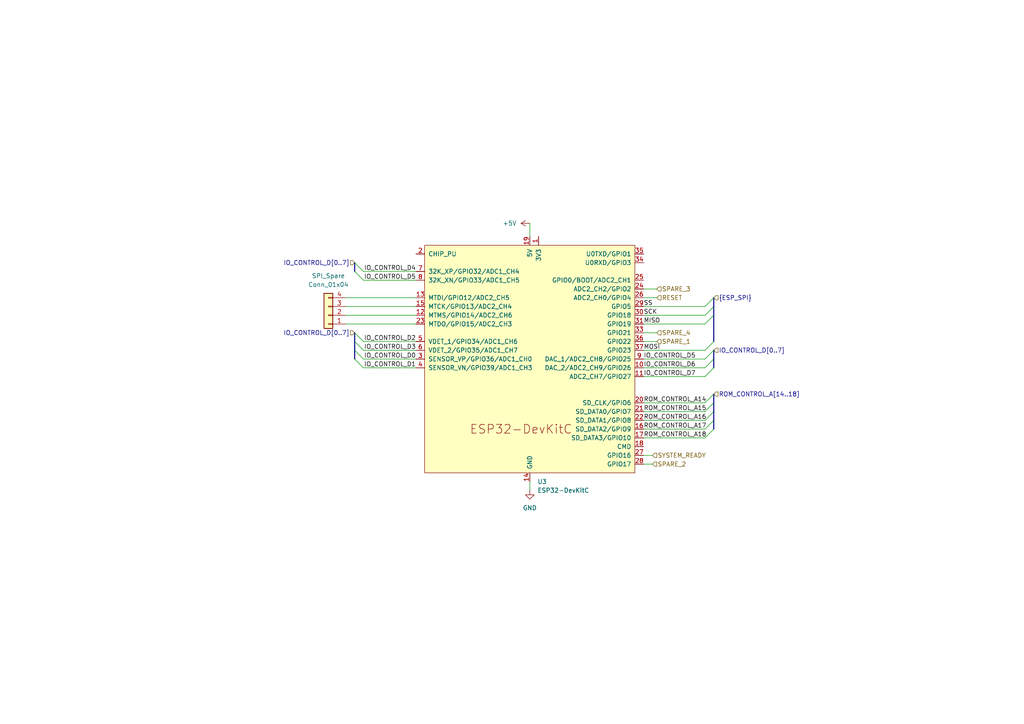
<source format=kicad_sch>
(kicad_sch
	(version 20231120)
	(generator "eeschema")
	(generator_version "8.0")
	(uuid "6b632767-46f2-46f2-8b94-82dafda0b65a")
	(paper "A4")
	(lib_symbols
		(symbol "Connector_Generic:Conn_01x04"
			(pin_names
				(offset 1.016) hide)
			(exclude_from_sim no)
			(in_bom yes)
			(on_board yes)
			(property "Reference" "J"
				(at 0 5.08 0)
				(effects
					(font
						(size 1.27 1.27)
					)
				)
			)
			(property "Value" "Conn_01x04"
				(at 0 -7.62 0)
				(effects
					(font
						(size 1.27 1.27)
					)
				)
			)
			(property "Footprint" ""
				(at 0 0 0)
				(effects
					(font
						(size 1.27 1.27)
					)
					(hide yes)
				)
			)
			(property "Datasheet" "~"
				(at 0 0 0)
				(effects
					(font
						(size 1.27 1.27)
					)
					(hide yes)
				)
			)
			(property "Description" "Generic connector, single row, 01x04, script generated (kicad-library-utils/schlib/autogen/connector/)"
				(at 0 0 0)
				(effects
					(font
						(size 1.27 1.27)
					)
					(hide yes)
				)
			)
			(property "ki_keywords" "connector"
				(at 0 0 0)
				(effects
					(font
						(size 1.27 1.27)
					)
					(hide yes)
				)
			)
			(property "ki_fp_filters" "Connector*:*_1x??_*"
				(at 0 0 0)
				(effects
					(font
						(size 1.27 1.27)
					)
					(hide yes)
				)
			)
			(symbol "Conn_01x04_1_1"
				(rectangle
					(start -1.27 -4.953)
					(end 0 -5.207)
					(stroke
						(width 0.1524)
						(type default)
					)
					(fill
						(type none)
					)
				)
				(rectangle
					(start -1.27 -2.413)
					(end 0 -2.667)
					(stroke
						(width 0.1524)
						(type default)
					)
					(fill
						(type none)
					)
				)
				(rectangle
					(start -1.27 0.127)
					(end 0 -0.127)
					(stroke
						(width 0.1524)
						(type default)
					)
					(fill
						(type none)
					)
				)
				(rectangle
					(start -1.27 2.667)
					(end 0 2.413)
					(stroke
						(width 0.1524)
						(type default)
					)
					(fill
						(type none)
					)
				)
				(rectangle
					(start -1.27 3.81)
					(end 1.27 -6.35)
					(stroke
						(width 0.254)
						(type default)
					)
					(fill
						(type background)
					)
				)
				(pin passive line
					(at -5.08 2.54 0)
					(length 3.81)
					(name "Pin_1"
						(effects
							(font
								(size 1.27 1.27)
							)
						)
					)
					(number "1"
						(effects
							(font
								(size 1.27 1.27)
							)
						)
					)
				)
				(pin passive line
					(at -5.08 0 0)
					(length 3.81)
					(name "Pin_2"
						(effects
							(font
								(size 1.27 1.27)
							)
						)
					)
					(number "2"
						(effects
							(font
								(size 1.27 1.27)
							)
						)
					)
				)
				(pin passive line
					(at -5.08 -2.54 0)
					(length 3.81)
					(name "Pin_3"
						(effects
							(font
								(size 1.27 1.27)
							)
						)
					)
					(number "3"
						(effects
							(font
								(size 1.27 1.27)
							)
						)
					)
				)
				(pin passive line
					(at -5.08 -5.08 0)
					(length 3.81)
					(name "Pin_4"
						(effects
							(font
								(size 1.27 1.27)
							)
						)
					)
					(number "4"
						(effects
							(font
								(size 1.27 1.27)
							)
						)
					)
				)
			)
		)
		(symbol "Espressif:ESP32-DevKitC"
			(pin_names
				(offset 1.016)
			)
			(exclude_from_sim no)
			(in_bom yes)
			(on_board yes)
			(property "Reference" "U"
				(at -30.48 38.1 0)
				(effects
					(font
						(size 1.27 1.27)
					)
					(justify left)
				)
			)
			(property "Value" "ESP32-DevKitC"
				(at -30.48 35.56 0)
				(effects
					(font
						(size 1.27 1.27)
					)
					(justify left)
				)
			)
			(property "Footprint" "PCM_Espressif:ESP32-DevKitC"
				(at 0 -43.18 0)
				(effects
					(font
						(size 1.27 1.27)
					)
					(hide yes)
				)
			)
			(property "Datasheet" "https://docs.espressif.com/projects/esp-idf/zh_CN/latest/esp32/hw-reference/esp32/get-started-devkitc.html"
				(at 0 -45.72 0)
				(effects
					(font
						(size 1.27 1.27)
					)
					(hide yes)
				)
			)
			(property "Description" "Development Kit"
				(at 0 0 0)
				(effects
					(font
						(size 1.27 1.27)
					)
					(hide yes)
				)
			)
			(property "ki_keywords" "ESP32"
				(at 0 0 0)
				(effects
					(font
						(size 1.27 1.27)
					)
					(hide yes)
				)
			)
			(symbol "ESP32-DevKitC_0_0"
				(text "ESP32-DevKitC"
					(at -2.54 -20.32 0)
					(effects
						(font
							(size 2.54 2.54)
						)
					)
				)
				(pin power_in line
					(at 0 -35.56 90)
					(length 2.54)
					(name "GND"
						(effects
							(font
								(size 1.27 1.27)
							)
						)
					)
					(number "14"
						(effects
							(font
								(size 1.27 1.27)
							)
						)
					)
				)
				(pin power_in line
					(at 0 35.56 270)
					(length 2.54)
					(name "5V"
						(effects
							(font
								(size 1.27 1.27)
							)
						)
					)
					(number "19"
						(effects
							(font
								(size 1.27 1.27)
							)
						)
					)
				)
			)
			(symbol "ESP32-DevKitC_0_1"
				(rectangle
					(start -30.48 33.02)
					(end 30.48 -33.02)
					(stroke
						(width 0)
						(type default)
					)
					(fill
						(type background)
					)
				)
			)
			(symbol "ESP32-DevKitC_1_1"
				(pin power_in line
					(at 2.54 35.56 270)
					(length 2.54)
					(name "3V3"
						(effects
							(font
								(size 1.27 1.27)
							)
						)
					)
					(number "1"
						(effects
							(font
								(size 1.27 1.27)
							)
						)
					)
				)
				(pin bidirectional line
					(at 33.02 -2.54 180)
					(length 2.54)
					(name "DAC_2/ADC2_CH9/GPIO26"
						(effects
							(font
								(size 1.27 1.27)
							)
						)
					)
					(number "10"
						(effects
							(font
								(size 1.27 1.27)
							)
						)
					)
				)
				(pin bidirectional line
					(at 33.02 -5.08 180)
					(length 2.54)
					(name "ADC2_CH7/GPIO27"
						(effects
							(font
								(size 1.27 1.27)
							)
						)
					)
					(number "11"
						(effects
							(font
								(size 1.27 1.27)
							)
						)
					)
				)
				(pin bidirectional line
					(at -33.02 12.7 0)
					(length 2.54)
					(name "MTMS/GPIO14/ADC2_CH6"
						(effects
							(font
								(size 1.27 1.27)
							)
						)
					)
					(number "12"
						(effects
							(font
								(size 1.27 1.27)
							)
						)
					)
				)
				(pin bidirectional line
					(at -33.02 17.78 0)
					(length 2.54)
					(name "MTDI/GPIO12/ADC2_CH5"
						(effects
							(font
								(size 1.27 1.27)
							)
						)
					)
					(number "13"
						(effects
							(font
								(size 1.27 1.27)
							)
						)
					)
				)
				(pin bidirectional line
					(at -33.02 15.24 0)
					(length 2.54)
					(name "MTCK/GPIO13/ADC2_CH4"
						(effects
							(font
								(size 1.27 1.27)
							)
						)
					)
					(number "15"
						(effects
							(font
								(size 1.27 1.27)
							)
						)
					)
				)
				(pin bidirectional line
					(at 33.02 -20.32 180)
					(length 2.54)
					(name "SD_DATA2/GPIO9"
						(effects
							(font
								(size 1.27 1.27)
							)
						)
					)
					(number "16"
						(effects
							(font
								(size 1.27 1.27)
							)
						)
					)
				)
				(pin bidirectional line
					(at 33.02 -22.86 180)
					(length 2.54)
					(name "SD_DATA3/GPIO10"
						(effects
							(font
								(size 1.27 1.27)
							)
						)
					)
					(number "17"
						(effects
							(font
								(size 1.27 1.27)
							)
						)
					)
				)
				(pin bidirectional line
					(at 33.02 -25.4 180)
					(length 2.54)
					(name "CMD"
						(effects
							(font
								(size 1.27 1.27)
							)
						)
					)
					(number "18"
						(effects
							(font
								(size 1.27 1.27)
							)
						)
					)
				)
				(pin input line
					(at -33.02 30.48 0)
					(length 2.54)
					(name "CHIP_PU"
						(effects
							(font
								(size 1.27 1.27)
							)
						)
					)
					(number "2"
						(effects
							(font
								(size 1.27 1.27)
							)
						)
					)
				)
				(pin bidirectional line
					(at 33.02 -12.7 180)
					(length 2.54)
					(name "SD_CLK/GPIO6"
						(effects
							(font
								(size 1.27 1.27)
							)
						)
					)
					(number "20"
						(effects
							(font
								(size 1.27 1.27)
							)
						)
					)
				)
				(pin bidirectional line
					(at 33.02 -15.24 180)
					(length 2.54)
					(name "SD_DATA0/GPIO7"
						(effects
							(font
								(size 1.27 1.27)
							)
						)
					)
					(number "21"
						(effects
							(font
								(size 1.27 1.27)
							)
						)
					)
				)
				(pin bidirectional line
					(at 33.02 -17.78 180)
					(length 2.54)
					(name "SD_DATA1/GPIO8"
						(effects
							(font
								(size 1.27 1.27)
							)
						)
					)
					(number "22"
						(effects
							(font
								(size 1.27 1.27)
							)
						)
					)
				)
				(pin bidirectional line
					(at -33.02 10.16 0)
					(length 2.54)
					(name "MTDO/GPIO15/ADC2_CH3"
						(effects
							(font
								(size 1.27 1.27)
							)
						)
					)
					(number "23"
						(effects
							(font
								(size 1.27 1.27)
							)
						)
					)
				)
				(pin bidirectional line
					(at 33.02 20.32 180)
					(length 2.54)
					(name "ADC2_CH2/GPIO2"
						(effects
							(font
								(size 1.27 1.27)
							)
						)
					)
					(number "24"
						(effects
							(font
								(size 1.27 1.27)
							)
						)
					)
				)
				(pin bidirectional line
					(at 33.02 22.86 180)
					(length 2.54)
					(name "GPIO0/BOOT/ADC2_CH1"
						(effects
							(font
								(size 1.27 1.27)
							)
						)
					)
					(number "25"
						(effects
							(font
								(size 1.27 1.27)
							)
						)
					)
				)
				(pin bidirectional line
					(at 33.02 17.78 180)
					(length 2.54)
					(name "ADC2_CH0/GPIO4"
						(effects
							(font
								(size 1.27 1.27)
							)
						)
					)
					(number "26"
						(effects
							(font
								(size 1.27 1.27)
							)
						)
					)
				)
				(pin bidirectional line
					(at 33.02 -27.94 180)
					(length 2.54)
					(name "GPIO16"
						(effects
							(font
								(size 1.27 1.27)
							)
						)
					)
					(number "27"
						(effects
							(font
								(size 1.27 1.27)
							)
						)
					)
				)
				(pin bidirectional line
					(at 33.02 -30.48 180)
					(length 2.54)
					(name "GPIO17"
						(effects
							(font
								(size 1.27 1.27)
							)
						)
					)
					(number "28"
						(effects
							(font
								(size 1.27 1.27)
							)
						)
					)
				)
				(pin bidirectional line
					(at 33.02 15.24 180)
					(length 2.54)
					(name "GPIO5"
						(effects
							(font
								(size 1.27 1.27)
							)
						)
					)
					(number "29"
						(effects
							(font
								(size 1.27 1.27)
							)
						)
					)
				)
				(pin input line
					(at -33.02 0 0)
					(length 2.54)
					(name "SENSOR_VP/GPIO36/ADC1_CH0"
						(effects
							(font
								(size 1.27 1.27)
							)
						)
					)
					(number "3"
						(effects
							(font
								(size 1.27 1.27)
							)
						)
					)
				)
				(pin bidirectional line
					(at 33.02 12.7 180)
					(length 2.54)
					(name "GPIO18"
						(effects
							(font
								(size 1.27 1.27)
							)
						)
					)
					(number "30"
						(effects
							(font
								(size 1.27 1.27)
							)
						)
					)
				)
				(pin bidirectional line
					(at 33.02 10.16 180)
					(length 2.54)
					(name "GPIO19"
						(effects
							(font
								(size 1.27 1.27)
							)
						)
					)
					(number "31"
						(effects
							(font
								(size 1.27 1.27)
							)
						)
					)
				)
				(pin passive line
					(at 0 -35.56 90)
					(length 2.54) hide
					(name "GND"
						(effects
							(font
								(size 1.27 1.27)
							)
						)
					)
					(number "32"
						(effects
							(font
								(size 1.27 1.27)
							)
						)
					)
				)
				(pin bidirectional line
					(at 33.02 7.62 180)
					(length 2.54)
					(name "GPIO21"
						(effects
							(font
								(size 1.27 1.27)
							)
						)
					)
					(number "33"
						(effects
							(font
								(size 1.27 1.27)
							)
						)
					)
				)
				(pin bidirectional line
					(at 33.02 27.94 180)
					(length 2.54)
					(name "U0RXD/GPIO3"
						(effects
							(font
								(size 1.27 1.27)
							)
						)
					)
					(number "34"
						(effects
							(font
								(size 1.27 1.27)
							)
						)
					)
				)
				(pin bidirectional line
					(at 33.02 30.48 180)
					(length 2.54)
					(name "U0TXD/GPIO1"
						(effects
							(font
								(size 1.27 1.27)
							)
						)
					)
					(number "35"
						(effects
							(font
								(size 1.27 1.27)
							)
						)
					)
				)
				(pin bidirectional line
					(at 33.02 5.08 180)
					(length 2.54)
					(name "GPIO22"
						(effects
							(font
								(size 1.27 1.27)
							)
						)
					)
					(number "36"
						(effects
							(font
								(size 1.27 1.27)
							)
						)
					)
				)
				(pin bidirectional line
					(at 33.02 2.54 180)
					(length 2.54)
					(name "GPIO23"
						(effects
							(font
								(size 1.27 1.27)
							)
						)
					)
					(number "37"
						(effects
							(font
								(size 1.27 1.27)
							)
						)
					)
				)
				(pin passive line
					(at 0 -35.56 90)
					(length 2.54) hide
					(name "GND"
						(effects
							(font
								(size 1.27 1.27)
							)
						)
					)
					(number "38"
						(effects
							(font
								(size 1.27 1.27)
							)
						)
					)
				)
				(pin input line
					(at -33.02 -2.54 0)
					(length 2.54)
					(name "SENSOR_VN/GPIO39/ADC1_CH3"
						(effects
							(font
								(size 1.27 1.27)
							)
						)
					)
					(number "4"
						(effects
							(font
								(size 1.27 1.27)
							)
						)
					)
				)
				(pin input line
					(at -33.02 5.08 0)
					(length 2.54)
					(name "VDET_1/GPIO34/ADC1_CH6"
						(effects
							(font
								(size 1.27 1.27)
							)
						)
					)
					(number "5"
						(effects
							(font
								(size 1.27 1.27)
							)
						)
					)
				)
				(pin input line
					(at -33.02 2.54 0)
					(length 2.54)
					(name "VDET_2/GPIO35/ADC1_CH7"
						(effects
							(font
								(size 1.27 1.27)
							)
						)
					)
					(number "6"
						(effects
							(font
								(size 1.27 1.27)
							)
						)
					)
				)
				(pin bidirectional line
					(at -33.02 25.4 0)
					(length 2.54)
					(name "32K_XP/GPIO32/ADC1_CH4"
						(effects
							(font
								(size 1.27 1.27)
							)
						)
					)
					(number "7"
						(effects
							(font
								(size 1.27 1.27)
							)
						)
					)
				)
				(pin bidirectional line
					(at -33.02 22.86 0)
					(length 2.54)
					(name "32K_XN/GPIO33/ADC1_CH5"
						(effects
							(font
								(size 1.27 1.27)
							)
						)
					)
					(number "8"
						(effects
							(font
								(size 1.27 1.27)
							)
						)
					)
				)
				(pin bidirectional line
					(at 33.02 0 180)
					(length 2.54)
					(name "DAC_1/ADC2_CH8/GPIO25"
						(effects
							(font
								(size 1.27 1.27)
							)
						)
					)
					(number "9"
						(effects
							(font
								(size 1.27 1.27)
							)
						)
					)
				)
			)
		)
		(symbol "power:+5V"
			(power)
			(pin_numbers hide)
			(pin_names
				(offset 0) hide)
			(exclude_from_sim no)
			(in_bom yes)
			(on_board yes)
			(property "Reference" "#PWR"
				(at 0 -3.81 0)
				(effects
					(font
						(size 1.27 1.27)
					)
					(hide yes)
				)
			)
			(property "Value" "+5V"
				(at 0 3.556 0)
				(effects
					(font
						(size 1.27 1.27)
					)
				)
			)
			(property "Footprint" ""
				(at 0 0 0)
				(effects
					(font
						(size 1.27 1.27)
					)
					(hide yes)
				)
			)
			(property "Datasheet" ""
				(at 0 0 0)
				(effects
					(font
						(size 1.27 1.27)
					)
					(hide yes)
				)
			)
			(property "Description" "Power symbol creates a global label with name \"+5V\""
				(at 0 0 0)
				(effects
					(font
						(size 1.27 1.27)
					)
					(hide yes)
				)
			)
			(property "ki_keywords" "global power"
				(at 0 0 0)
				(effects
					(font
						(size 1.27 1.27)
					)
					(hide yes)
				)
			)
			(symbol "+5V_0_1"
				(polyline
					(pts
						(xy -0.762 1.27) (xy 0 2.54)
					)
					(stroke
						(width 0)
						(type default)
					)
					(fill
						(type none)
					)
				)
				(polyline
					(pts
						(xy 0 0) (xy 0 2.54)
					)
					(stroke
						(width 0)
						(type default)
					)
					(fill
						(type none)
					)
				)
				(polyline
					(pts
						(xy 0 2.54) (xy 0.762 1.27)
					)
					(stroke
						(width 0)
						(type default)
					)
					(fill
						(type none)
					)
				)
			)
			(symbol "+5V_1_1"
				(pin power_in line
					(at 0 0 90)
					(length 0)
					(name "~"
						(effects
							(font
								(size 1.27 1.27)
							)
						)
					)
					(number "1"
						(effects
							(font
								(size 1.27 1.27)
							)
						)
					)
				)
			)
		)
		(symbol "power:GND"
			(power)
			(pin_numbers hide)
			(pin_names
				(offset 0) hide)
			(exclude_from_sim no)
			(in_bom yes)
			(on_board yes)
			(property "Reference" "#PWR"
				(at 0 -6.35 0)
				(effects
					(font
						(size 1.27 1.27)
					)
					(hide yes)
				)
			)
			(property "Value" "GND"
				(at 0 -3.81 0)
				(effects
					(font
						(size 1.27 1.27)
					)
				)
			)
			(property "Footprint" ""
				(at 0 0 0)
				(effects
					(font
						(size 1.27 1.27)
					)
					(hide yes)
				)
			)
			(property "Datasheet" ""
				(at 0 0 0)
				(effects
					(font
						(size 1.27 1.27)
					)
					(hide yes)
				)
			)
			(property "Description" "Power symbol creates a global label with name \"GND\" , ground"
				(at 0 0 0)
				(effects
					(font
						(size 1.27 1.27)
					)
					(hide yes)
				)
			)
			(property "ki_keywords" "global power"
				(at 0 0 0)
				(effects
					(font
						(size 1.27 1.27)
					)
					(hide yes)
				)
			)
			(symbol "GND_0_1"
				(polyline
					(pts
						(xy 0 0) (xy 0 -1.27) (xy 1.27 -1.27) (xy 0 -2.54) (xy -1.27 -1.27) (xy 0 -1.27)
					)
					(stroke
						(width 0)
						(type default)
					)
					(fill
						(type none)
					)
				)
			)
			(symbol "GND_1_1"
				(pin power_in line
					(at 0 0 270)
					(length 0)
					(name "~"
						(effects
							(font
								(size 1.27 1.27)
							)
						)
					)
					(number "1"
						(effects
							(font
								(size 1.27 1.27)
							)
						)
					)
				)
			)
		)
	)
	(bus_entry
		(at 207.01 86.36)
		(size -2.54 2.54)
		(stroke
			(width 0)
			(type default)
		)
		(uuid "0befc913-f718-4d62-b08f-8dbee4015920")
	)
	(bus_entry
		(at 207.01 104.14)
		(size -2.54 2.54)
		(stroke
			(width 0)
			(type default)
		)
		(uuid "149e2ee5-efff-44c5-b9b7-f97bf3b455ea")
	)
	(bus_entry
		(at 102.87 104.14)
		(size 2.54 2.54)
		(stroke
			(width 0)
			(type default)
		)
		(uuid "2c554827-c9f9-4610-82c4-6e4455abd22b")
	)
	(bus_entry
		(at 207.01 91.44)
		(size -2.54 2.54)
		(stroke
			(width 0)
			(type default)
		)
		(uuid "3da87ad2-dc17-4182-8b7c-ff66cd3738dd")
	)
	(bus_entry
		(at 207.01 88.9)
		(size -2.54 2.54)
		(stroke
			(width 0)
			(type default)
		)
		(uuid "4b89c861-3708-4674-a9c3-42d72531e161")
	)
	(bus_entry
		(at 102.87 101.6)
		(size 2.54 2.54)
		(stroke
			(width 0)
			(type default)
		)
		(uuid "4e223a72-b6ba-448f-a9c4-72ca01efe42a")
	)
	(bus_entry
		(at 102.87 76.2)
		(size 2.54 2.54)
		(stroke
			(width 0)
			(type default)
		)
		(uuid "5575894b-49f7-4ad4-bf1e-10eea7562209")
	)
	(bus_entry
		(at 207.01 114.3)
		(size -2.54 2.54)
		(stroke
			(width 0)
			(type default)
		)
		(uuid "61e5e997-eed7-4b5d-bc17-bba7bf3a4d94")
	)
	(bus_entry
		(at 102.87 78.74)
		(size 2.54 2.54)
		(stroke
			(width 0)
			(type default)
		)
		(uuid "7c259b96-fd6f-4f1a-bb91-c8af7b6ebd0e")
	)
	(bus_entry
		(at 102.87 99.06)
		(size 2.54 2.54)
		(stroke
			(width 0)
			(type default)
		)
		(uuid "89242322-67d3-4637-96c0-3d256181da45")
	)
	(bus_entry
		(at 207.01 124.46)
		(size -2.54 2.54)
		(stroke
			(width 0)
			(type default)
		)
		(uuid "a0972472-7146-48a2-805d-90476297d89f")
	)
	(bus_entry
		(at 207.01 119.38)
		(size -2.54 2.54)
		(stroke
			(width 0)
			(type default)
		)
		(uuid "bfb83ff1-84b3-488f-b879-4700140fd8a4")
	)
	(bus_entry
		(at 207.01 106.68)
		(size -2.54 2.54)
		(stroke
			(width 0)
			(type default)
		)
		(uuid "c3eedc9f-f17a-4117-81f4-8684e12ca62f")
	)
	(bus_entry
		(at 207.01 121.92)
		(size -2.54 2.54)
		(stroke
			(width 0)
			(type default)
		)
		(uuid "ca11266c-4824-491d-811b-9eeb0dc32d8b")
	)
	(bus_entry
		(at 207.01 101.6)
		(size -2.54 2.54)
		(stroke
			(width 0)
			(type default)
		)
		(uuid "e4a18758-c7b9-4b42-abec-5972e6fbaa2e")
	)
	(bus_entry
		(at 207.01 116.84)
		(size -2.54 2.54)
		(stroke
			(width 0)
			(type default)
		)
		(uuid "ed4939ba-8faa-4618-9098-5ce70a6c1857")
	)
	(bus_entry
		(at 102.87 96.52)
		(size 2.54 2.54)
		(stroke
			(width 0)
			(type default)
		)
		(uuid "f1cb3875-28f7-4938-b43c-4e56cb1ccbe4")
	)
	(bus_entry
		(at 207.01 99.06)
		(size -2.54 2.54)
		(stroke
			(width 0)
			(type default)
		)
		(uuid "ffc921ee-ecba-4119-a52d-e6b6398acbf9")
	)
	(wire
		(pts
			(xy 186.69 101.6) (xy 204.47 101.6)
		)
		(stroke
			(width 0)
			(type default)
		)
		(uuid "0794d6f3-b971-4a81-b7fa-fdbe73069c35")
	)
	(wire
		(pts
			(xy 186.69 106.68) (xy 204.47 106.68)
		)
		(stroke
			(width 0)
			(type default)
		)
		(uuid "0a94f6a3-765a-4e4a-a3c5-39c35a8b2ffd")
	)
	(bus
		(pts
			(xy 207.01 116.84) (xy 207.01 119.38)
		)
		(stroke
			(width 0)
			(type default)
		)
		(uuid "0d2b01e1-2c75-4d4c-8a2b-f9a684724108")
	)
	(wire
		(pts
			(xy 100.33 88.9) (xy 120.65 88.9)
		)
		(stroke
			(width 0)
			(type default)
		)
		(uuid "152a872e-5e79-46e4-984a-3d5a13b623c2")
	)
	(wire
		(pts
			(xy 186.69 109.22) (xy 204.47 109.22)
		)
		(stroke
			(width 0)
			(type default)
		)
		(uuid "16cbe2aa-9f41-4ba4-b3ff-d2a56b00a3b5")
	)
	(wire
		(pts
			(xy 100.33 91.44) (xy 120.65 91.44)
		)
		(stroke
			(width 0)
			(type default)
		)
		(uuid "19e93e06-c5ad-4556-8a6b-2c189c9c6217")
	)
	(wire
		(pts
			(xy 186.69 96.52) (xy 190.5 96.52)
		)
		(stroke
			(width 0)
			(type default)
		)
		(uuid "1d5c986a-8d51-4792-aa1a-93bbaa40e1c5")
	)
	(wire
		(pts
			(xy 186.69 86.36) (xy 190.5 86.36)
		)
		(stroke
			(width 0)
			(type default)
		)
		(uuid "218383a2-2287-4681-b6c0-8152072d82de")
	)
	(bus
		(pts
			(xy 102.87 101.6) (xy 102.87 104.14)
		)
		(stroke
			(width 0)
			(type default)
		)
		(uuid "25f2af37-685e-45a8-a3d9-bbcd35eba2b1")
	)
	(bus
		(pts
			(xy 207.01 86.36) (xy 207.01 88.9)
		)
		(stroke
			(width 0)
			(type default)
		)
		(uuid "2a3cb2e1-8f74-4337-a2db-825876f75c1b")
	)
	(bus
		(pts
			(xy 102.87 96.52) (xy 102.87 99.06)
		)
		(stroke
			(width 0)
			(type default)
		)
		(uuid "2aa6900e-ceeb-41e9-864c-b91382f52f01")
	)
	(bus
		(pts
			(xy 102.87 76.2) (xy 102.87 78.74)
		)
		(stroke
			(width 0)
			(type default)
		)
		(uuid "3dbac075-1b31-48ed-8bc0-7cd85b7ab803")
	)
	(wire
		(pts
			(xy 100.33 93.98) (xy 120.65 93.98)
		)
		(stroke
			(width 0)
			(type default)
		)
		(uuid "41517f0c-cc4d-445a-a401-1d537e59fc14")
	)
	(wire
		(pts
			(xy 153.67 64.77) (xy 153.67 68.58)
		)
		(stroke
			(width 0)
			(type default)
		)
		(uuid "52da9624-4081-4b63-b824-200b8fb46de4")
	)
	(wire
		(pts
			(xy 186.69 124.46) (xy 204.47 124.46)
		)
		(stroke
			(width 0)
			(type default)
		)
		(uuid "59103524-935d-4279-8ecf-9ee6e02b5c6b")
	)
	(wire
		(pts
			(xy 105.41 104.14) (xy 120.65 104.14)
		)
		(stroke
			(width 0)
			(type default)
		)
		(uuid "595f6c84-fc33-430a-a15d-d1ea5a56b8f5")
	)
	(wire
		(pts
			(xy 186.69 83.82) (xy 190.5 83.82)
		)
		(stroke
			(width 0)
			(type default)
		)
		(uuid "5d0ac7dd-7df1-4db3-b0ba-7365f8e4c897")
	)
	(wire
		(pts
			(xy 105.41 81.28) (xy 120.65 81.28)
		)
		(stroke
			(width 0)
			(type default)
		)
		(uuid "6d843642-ff36-4208-bd99-635deba54984")
	)
	(bus
		(pts
			(xy 207.01 101.6) (xy 207.01 104.14)
		)
		(stroke
			(width 0)
			(type default)
		)
		(uuid "6ffa0180-362f-487a-87c2-9de3e65e2b77")
	)
	(bus
		(pts
			(xy 207.01 88.9) (xy 207.01 91.44)
		)
		(stroke
			(width 0)
			(type default)
		)
		(uuid "72df17c7-a8e7-45fb-a8aa-4aa2496c174f")
	)
	(wire
		(pts
			(xy 105.41 78.74) (xy 120.65 78.74)
		)
		(stroke
			(width 0)
			(type default)
		)
		(uuid "744c3bc8-0b73-462b-b3d5-dac66989855c")
	)
	(wire
		(pts
			(xy 105.41 99.06) (xy 120.65 99.06)
		)
		(stroke
			(width 0)
			(type default)
		)
		(uuid "7b9714aa-c166-46eb-b711-cd511e4c9b27")
	)
	(wire
		(pts
			(xy 186.69 127) (xy 204.47 127)
		)
		(stroke
			(width 0)
			(type default)
		)
		(uuid "837c9dc2-be63-4c25-82c1-154d3f7afd77")
	)
	(bus
		(pts
			(xy 102.87 99.06) (xy 102.87 101.6)
		)
		(stroke
			(width 0)
			(type default)
		)
		(uuid "85b40a68-b7af-4b2d-a80a-f12c3190ada8")
	)
	(bus
		(pts
			(xy 207.01 121.92) (xy 207.01 124.46)
		)
		(stroke
			(width 0)
			(type default)
		)
		(uuid "938304d7-8322-4e1c-8cef-17e953468e4f")
	)
	(wire
		(pts
			(xy 105.41 101.6) (xy 120.65 101.6)
		)
		(stroke
			(width 0)
			(type default)
		)
		(uuid "97c62ae4-ca3b-4fc3-a9c1-bd2ca61785a9")
	)
	(wire
		(pts
			(xy 186.69 121.92) (xy 204.47 121.92)
		)
		(stroke
			(width 0)
			(type default)
		)
		(uuid "9d7f8deb-1ea8-412e-8ea1-c242cd35825b")
	)
	(bus
		(pts
			(xy 207.01 104.14) (xy 207.01 106.68)
		)
		(stroke
			(width 0)
			(type default)
		)
		(uuid "a436c0c5-bd1f-49f6-8bb6-36a000981667")
	)
	(wire
		(pts
			(xy 186.69 104.14) (xy 204.47 104.14)
		)
		(stroke
			(width 0)
			(type default)
		)
		(uuid "a4be283b-0928-4145-87a5-8b28c74dc9d1")
	)
	(wire
		(pts
			(xy 100.33 86.36) (xy 120.65 86.36)
		)
		(stroke
			(width 0)
			(type default)
		)
		(uuid "a900c997-2390-44b5-ac98-0aa5347d5b73")
	)
	(wire
		(pts
			(xy 204.47 93.98) (xy 186.69 93.98)
		)
		(stroke
			(width 0)
			(type default)
		)
		(uuid "a9b01896-e3b2-4175-a748-a18abf8881e8")
	)
	(wire
		(pts
			(xy 105.41 106.68) (xy 120.65 106.68)
		)
		(stroke
			(width 0)
			(type default)
		)
		(uuid "abc128a8-e2f7-4f0a-9c41-1a17ba0c630f")
	)
	(bus
		(pts
			(xy 207.01 119.38) (xy 207.01 121.92)
		)
		(stroke
			(width 0)
			(type default)
		)
		(uuid "b5dc6cc2-e4f2-40bb-bd2b-af9b54a4c6b7")
	)
	(bus
		(pts
			(xy 207.01 114.3) (xy 207.01 116.84)
		)
		(stroke
			(width 0)
			(type default)
		)
		(uuid "b6a0bbfc-63b2-4bef-9e56-d186cd90f581")
	)
	(wire
		(pts
			(xy 186.69 134.62) (xy 189.23 134.62)
		)
		(stroke
			(width 0)
			(type default)
		)
		(uuid "bf9a8d98-d1c4-4dc3-9e45-cb4a119b4f7c")
	)
	(wire
		(pts
			(xy 186.69 91.44) (xy 204.47 91.44)
		)
		(stroke
			(width 0)
			(type default)
		)
		(uuid "c265d469-3155-457d-8191-4c984bb1561c")
	)
	(wire
		(pts
			(xy 186.69 132.08) (xy 189.23 132.08)
		)
		(stroke
			(width 0)
			(type default)
		)
		(uuid "c2720f6f-bef6-4a53-8aab-d7cbb78abbd4")
	)
	(bus
		(pts
			(xy 207.01 91.44) (xy 207.01 99.06)
		)
		(stroke
			(width 0)
			(type default)
		)
		(uuid "c62c1e26-40a5-4420-8c34-8f7e52ccb6c6")
	)
	(wire
		(pts
			(xy 186.69 99.06) (xy 190.5 99.06)
		)
		(stroke
			(width 0)
			(type default)
		)
		(uuid "c9ae5af8-c185-40bd-9663-def64cd17513")
	)
	(wire
		(pts
			(xy 153.67 139.7) (xy 153.67 142.24)
		)
		(stroke
			(width 0)
			(type default)
		)
		(uuid "d2dca984-c106-4fd9-b0a6-a65ce25904af")
	)
	(wire
		(pts
			(xy 186.69 119.38) (xy 204.47 119.38)
		)
		(stroke
			(width 0)
			(type default)
		)
		(uuid "e114295a-5b4e-4a6b-ac27-b4eafbc6c890")
	)
	(wire
		(pts
			(xy 186.69 88.9) (xy 204.47 88.9)
		)
		(stroke
			(width 0)
			(type default)
		)
		(uuid "f6279635-308e-47b6-b4de-53da89547401")
	)
	(wire
		(pts
			(xy 186.69 116.84) (xy 204.47 116.84)
		)
		(stroke
			(width 0)
			(type default)
		)
		(uuid "f95be14c-5960-4414-9bc6-e31e508b3c48")
	)
	(label "ROM_CONTROL_A15"
		(at 186.69 119.38 0)
		(effects
			(font
				(size 1.27 1.27)
			)
			(justify left bottom)
		)
		(uuid "14095945-20c0-48ca-b81c-d05fb62d6196")
	)
	(label "SS"
		(at 186.69 88.9 0)
		(effects
			(font
				(size 1.27 1.27)
			)
			(justify left bottom)
		)
		(uuid "25aefd0f-7291-4c6f-ac9e-f359ed397c05")
	)
	(label "ROM_CONTROL_A17"
		(at 186.69 124.46 0)
		(effects
			(font
				(size 1.27 1.27)
			)
			(justify left bottom)
		)
		(uuid "31305de9-e7ce-409a-80c7-e13fdfb17703")
	)
	(label "ROM_CONTROL_A14"
		(at 186.69 116.84 0)
		(effects
			(font
				(size 1.27 1.27)
			)
			(justify left bottom)
		)
		(uuid "3753b0f9-48ee-4e41-8865-f4fce1c9f8f3")
	)
	(label "ROM_CONTROL_A16"
		(at 186.69 121.92 0)
		(effects
			(font
				(size 1.27 1.27)
			)
			(justify left bottom)
		)
		(uuid "398a26b7-e3f8-44df-8acf-505151f9c279")
	)
	(label "SCK"
		(at 186.69 91.44 0)
		(effects
			(font
				(size 1.27 1.27)
			)
			(justify left bottom)
		)
		(uuid "40253662-9a0c-4926-a663-a09c9fac7c2b")
	)
	(label "IO_CONTROL_D2"
		(at 120.65 99.06 180)
		(effects
			(font
				(size 1.27 1.27)
			)
			(justify right bottom)
		)
		(uuid "41d6ef70-3c5c-42e0-9ad7-d9a9b01680cd")
	)
	(label "IO_CONTROL_D6"
		(at 186.69 106.68 0)
		(effects
			(font
				(size 1.27 1.27)
			)
			(justify left bottom)
		)
		(uuid "475c39bb-5a4f-48a1-bfa3-418f1a968f20")
	)
	(label "MOSI"
		(at 186.69 101.6 0)
		(effects
			(font
				(size 1.27 1.27)
			)
			(justify left bottom)
		)
		(uuid "4ccbc281-c54d-4fb5-aa75-4c8c4c88438c")
	)
	(label "IO_CONTROL_D5"
		(at 186.69 104.14 0)
		(effects
			(font
				(size 1.27 1.27)
			)
			(justify left bottom)
		)
		(uuid "59fbb92d-8f42-4bd7-b16c-9733db77c179")
	)
	(label "IO_CONTROL_D1"
		(at 120.65 106.68 180)
		(effects
			(font
				(size 1.27 1.27)
			)
			(justify right bottom)
		)
		(uuid "5c61770d-6401-4ed6-bb99-3adeb993ac06")
	)
	(label "IO_CONTROL_D0"
		(at 120.65 104.14 180)
		(effects
			(font
				(size 1.27 1.27)
			)
			(justify right bottom)
		)
		(uuid "7e985918-e191-49ba-a2e8-e0c996a3fae8")
	)
	(label "ROM_CONTROL_A18"
		(at 186.69 127 0)
		(effects
			(font
				(size 1.27 1.27)
			)
			(justify left bottom)
		)
		(uuid "93f495ed-1761-4897-a22f-f3a5af395334")
	)
	(label "IO_CONTROL_D3"
		(at 120.65 101.6 180)
		(effects
			(font
				(size 1.27 1.27)
			)
			(justify right bottom)
		)
		(uuid "a6768171-d3c7-4830-a011-273ae0a23439")
	)
	(label "IO_CONTROL_D7"
		(at 186.69 109.22 0)
		(effects
			(font
				(size 1.27 1.27)
			)
			(justify left bottom)
		)
		(uuid "a79f8a36-5617-4b55-909a-d7c752f8d882")
	)
	(label "IO_CONTROL_D4"
		(at 120.65 78.74 180)
		(effects
			(font
				(size 1.27 1.27)
			)
			(justify right bottom)
		)
		(uuid "ac295abb-1cd0-468a-a167-a841fb6aadf3")
	)
	(label "IO_CONTROL_D5"
		(at 120.65 81.28 180)
		(effects
			(font
				(size 1.27 1.27)
			)
			(justify right bottom)
		)
		(uuid "bbc8e568-0412-49c7-9b21-96bcf5f92390")
	)
	(label "MISO"
		(at 186.69 93.98 0)
		(effects
			(font
				(size 1.27 1.27)
			)
			(justify left bottom)
		)
		(uuid "f7eb96b5-0f80-4db2-a6aa-deefb1a5c392")
	)
	(hierarchical_label "IO_CONTROL_D[0..7]"
		(shape input)
		(at 102.87 76.2 180)
		(fields_autoplaced yes)
		(effects
			(font
				(size 1.27 1.27)
			)
			(justify right)
		)
		(uuid "000e694a-a3e5-4035-be79-549ebf573477")
	)
	(hierarchical_label "IO_CONTROL_D[0..7]"
		(shape input)
		(at 102.87 96.52 180)
		(fields_autoplaced yes)
		(effects
			(font
				(size 1.27 1.27)
			)
			(justify right)
		)
		(uuid "13abc1c7-0e52-4de6-bea4-80469cbeca9c")
	)
	(hierarchical_label "SPARE_4"
		(shape input)
		(at 190.5 96.52 0)
		(fields_autoplaced yes)
		(effects
			(font
				(size 1.27 1.27)
			)
			(justify left)
		)
		(uuid "25c79048-ea69-4998-9f79-923281768558")
	)
	(hierarchical_label "RESET"
		(shape input)
		(at 190.5 86.36 0)
		(fields_autoplaced yes)
		(effects
			(font
				(size 1.27 1.27)
			)
			(justify left)
		)
		(uuid "39ed111a-477d-4b54-8135-c351471ad309")
	)
	(hierarchical_label "SPARE_2"
		(shape input)
		(at 189.23 134.62 0)
		(fields_autoplaced yes)
		(effects
			(font
				(size 1.27 1.27)
			)
			(justify left)
		)
		(uuid "605dd0c4-0de9-4453-96a7-265396d52e19")
	)
	(hierarchical_label "ROM_CONTROL_A[14..18]"
		(shape input)
		(at 207.01 114.3 0)
		(fields_autoplaced yes)
		(effects
			(font
				(size 1.27 1.27)
			)
			(justify left)
		)
		(uuid "7562f977-28c4-46c5-b265-c81cb0aadb41")
	)
	(hierarchical_label "{ESP_SPI}"
		(shape input)
		(at 207.01 86.36 0)
		(fields_autoplaced yes)
		(effects
			(font
				(size 1.27 1.27)
			)
			(justify left)
		)
		(uuid "75aa57ba-81ad-47fb-a3c9-acc7fd393da5")
	)
	(hierarchical_label "SPARE_3"
		(shape input)
		(at 190.5 83.82 0)
		(fields_autoplaced yes)
		(effects
			(font
				(size 1.27 1.27)
			)
			(justify left)
		)
		(uuid "81315980-4f45-4758-901b-d508fff6f665")
	)
	(hierarchical_label "SYSTEM_READY"
		(shape input)
		(at 189.23 132.08 0)
		(fields_autoplaced yes)
		(effects
			(font
				(size 1.27 1.27)
			)
			(justify left)
		)
		(uuid "8a2b756f-3460-4863-a5ca-fcd8cda092d0")
	)
	(hierarchical_label "SPARE_1"
		(shape input)
		(at 190.5 99.06 0)
		(fields_autoplaced yes)
		(effects
			(font
				(size 1.27 1.27)
			)
			(justify left)
		)
		(uuid "b73543be-e94a-44e9-a7f7-3966aa00b6a4")
	)
	(hierarchical_label "IO_CONTROL_D[0..7]"
		(shape input)
		(at 207.01 101.6 0)
		(fields_autoplaced yes)
		(effects
			(font
				(size 1.27 1.27)
			)
			(justify left)
		)
		(uuid "e226f651-5a82-470c-b95c-11eea723fe8f")
	)
	(symbol
		(lib_id "power:GND")
		(at 153.67 142.24 0)
		(unit 1)
		(exclude_from_sim no)
		(in_bom yes)
		(on_board yes)
		(dnp no)
		(fields_autoplaced yes)
		(uuid "1d07d95a-055d-4165-9240-ff44ade5ff65")
		(property "Reference" "#PWR09"
			(at 153.67 148.59 0)
			(effects
				(font
					(size 1.27 1.27)
				)
				(hide yes)
			)
		)
		(property "Value" "GND"
			(at 153.67 147.32 0)
			(effects
				(font
					(size 1.27 1.27)
				)
			)
		)
		(property "Footprint" ""
			(at 153.67 142.24 0)
			(effects
				(font
					(size 1.27 1.27)
				)
				(hide yes)
			)
		)
		(property "Datasheet" ""
			(at 153.67 142.24 0)
			(effects
				(font
					(size 1.27 1.27)
				)
				(hide yes)
			)
		)
		(property "Description" "Power symbol creates a global label with name \"GND\" , ground"
			(at 153.67 142.24 0)
			(effects
				(font
					(size 1.27 1.27)
				)
				(hide yes)
			)
		)
		(pin "1"
			(uuid "33802479-7bcf-4171-8103-792a08e49910")
		)
		(instances
			(project "FujiNet 4.0"
				(path "/3f4c9c6f-2a2f-4b07-95a4-300eafec0cc9/77b39b7d-8cf6-4059-851d-f3b7e070a985"
					(reference "#PWR09")
					(unit 1)
				)
			)
		)
	)
	(symbol
		(lib_id "power:+5V")
		(at 153.67 64.77 90)
		(unit 1)
		(exclude_from_sim no)
		(in_bom yes)
		(on_board yes)
		(dnp no)
		(fields_autoplaced yes)
		(uuid "3ee904a9-db77-4376-8fa8-c6273c0f8f7f")
		(property "Reference" "#PWR08"
			(at 157.48 64.77 0)
			(effects
				(font
					(size 1.27 1.27)
				)
				(hide yes)
			)
		)
		(property "Value" "+5V"
			(at 149.86 64.7699 90)
			(effects
				(font
					(size 1.27 1.27)
				)
				(justify left)
			)
		)
		(property "Footprint" ""
			(at 153.67 64.77 0)
			(effects
				(font
					(size 1.27 1.27)
				)
				(hide yes)
			)
		)
		(property "Datasheet" ""
			(at 153.67 64.77 0)
			(effects
				(font
					(size 1.27 1.27)
				)
				(hide yes)
			)
		)
		(property "Description" "Power symbol creates a global label with name \"+5V\""
			(at 153.67 64.77 0)
			(effects
				(font
					(size 1.27 1.27)
				)
				(hide yes)
			)
		)
		(pin "1"
			(uuid "2b345a2e-f307-46a3-bd7f-c943b5b79286")
		)
		(instances
			(project "FujiNet 4.0"
				(path "/3f4c9c6f-2a2f-4b07-95a4-300eafec0cc9/77b39b7d-8cf6-4059-851d-f3b7e070a985"
					(reference "#PWR08")
					(unit 1)
				)
			)
		)
	)
	(symbol
		(lib_id "Connector_Generic:Conn_01x04")
		(at 95.25 91.44 180)
		(unit 1)
		(exclude_from_sim no)
		(in_bom yes)
		(on_board yes)
		(dnp no)
		(fields_autoplaced yes)
		(uuid "debd1317-9a58-446b-bf86-9182c0fb93e2")
		(property "Reference" "SPI_Spare"
			(at 95.25 80.01 0)
			(effects
				(font
					(size 1.27 1.27)
				)
			)
		)
		(property "Value" "Conn_01x04"
			(at 95.25 82.55 0)
			(effects
				(font
					(size 1.27 1.27)
				)
			)
		)
		(property "Footprint" ""
			(at 95.25 91.44 0)
			(effects
				(font
					(size 1.27 1.27)
				)
				(hide yes)
			)
		)
		(property "Datasheet" "~"
			(at 95.25 91.44 0)
			(effects
				(font
					(size 1.27 1.27)
				)
				(hide yes)
			)
		)
		(property "Description" "Generic connector, single row, 01x04, script generated (kicad-library-utils/schlib/autogen/connector/)"
			(at 95.25 91.44 0)
			(effects
				(font
					(size 1.27 1.27)
				)
				(hide yes)
			)
		)
		(pin "1"
			(uuid "373509aa-ee2a-403a-b68d-35428d5e82d7")
		)
		(pin "3"
			(uuid "f940f2fd-ed62-4a6c-af18-3fbc7d03fd2b")
		)
		(pin "2"
			(uuid "e530c045-76fb-4707-a5ef-c1ffc309f96a")
		)
		(pin "4"
			(uuid "d01149b2-7990-43d5-ae09-a7b6576a84a3")
		)
		(instances
			(project "FujiNet 4.0"
				(path "/3f4c9c6f-2a2f-4b07-95a4-300eafec0cc9/77b39b7d-8cf6-4059-851d-f3b7e070a985"
					(reference "SPI_Spare")
					(unit 1)
				)
			)
		)
	)
	(symbol
		(lib_id "Espressif:ESP32-DevKitC")
		(at 153.67 104.14 0)
		(unit 1)
		(exclude_from_sim no)
		(in_bom yes)
		(on_board yes)
		(dnp no)
		(fields_autoplaced yes)
		(uuid "fa88b995-9f49-4992-aba8-9b43e7a23546")
		(property "Reference" "U3"
			(at 155.8641 139.7 0)
			(effects
				(font
					(size 1.27 1.27)
				)
				(justify left)
			)
		)
		(property "Value" "ESP32-DevKitC"
			(at 155.8641 142.24 0)
			(effects
				(font
					(size 1.27 1.27)
				)
				(justify left)
			)
		)
		(property "Footprint" "PCM_Espressif:ESP32-DevKitC"
			(at 153.67 147.32 0)
			(effects
				(font
					(size 1.27 1.27)
				)
				(hide yes)
			)
		)
		(property "Datasheet" "https://docs.espressif.com/projects/esp-idf/zh_CN/latest/esp32/hw-reference/esp32/get-started-devkitc.html"
			(at 153.67 149.86 0)
			(effects
				(font
					(size 1.27 1.27)
				)
				(hide yes)
			)
		)
		(property "Description" "Development Kit"
			(at 153.67 104.14 0)
			(effects
				(font
					(size 1.27 1.27)
				)
				(hide yes)
			)
		)
		(pin "35"
			(uuid "11ac08a3-dc1b-475f-95c8-7483e11c3569")
		)
		(pin "1"
			(uuid "8fe158ed-1d67-4238-868d-6bf004c25061")
		)
		(pin "9"
			(uuid "17641b29-026f-4b80-bab5-35b9823d27e3")
		)
		(pin "17"
			(uuid "99ace3ff-1cff-4db8-87f5-a9f1bbcb4a17")
		)
		(pin "6"
			(uuid "4816e506-23a8-46f8-b8c8-b0974c5a4d32")
		)
		(pin "7"
			(uuid "3f0bd458-8ed6-4e09-ace6-07e2531da4c6")
		)
		(pin "37"
			(uuid "d87f3501-3c24-4f52-b9a0-a11670a4cfc7")
		)
		(pin "12"
			(uuid "f74f0c00-0668-4502-a418-82c041f93906")
		)
		(pin "26"
			(uuid "c7ebb2f8-5cbe-4b57-bc82-5ed3b33f566b")
		)
		(pin "3"
			(uuid "d7ced802-778d-4d4c-808b-ff657a9eace3")
		)
		(pin "20"
			(uuid "8523e5c9-a990-4344-9efc-316ae80cc666")
		)
		(pin "31"
			(uuid "d0af58bd-c647-4d0a-9fc0-ad079ea90a9c")
		)
		(pin "16"
			(uuid "6825aabd-c9ea-4573-aef7-815ec21cc404")
		)
		(pin "23"
			(uuid "c0f13b73-4670-4b4a-ac6b-a0da56a1ea25")
		)
		(pin "38"
			(uuid "a576ccb8-cba9-43f8-af22-b1c4e6fb1cc5")
		)
		(pin "14"
			(uuid "2f0d2234-1804-4f63-b7a0-61d6a1cc521f")
		)
		(pin "4"
			(uuid "f75aa38d-6236-4dde-bd01-4a6afd4a56d9")
		)
		(pin "22"
			(uuid "6a3814bc-0e2f-4501-a482-dcbecc9137bc")
		)
		(pin "19"
			(uuid "11a31f70-6066-434f-8374-f4b5116b428e")
		)
		(pin "2"
			(uuid "4b128215-eebb-431e-b5fb-91d778267532")
		)
		(pin "34"
			(uuid "c2c1be47-662f-437d-ab94-552a0ea66ef6")
		)
		(pin "24"
			(uuid "413f3233-67b5-487e-84dc-3aa153c63cd4")
		)
		(pin "11"
			(uuid "0751748b-df69-49b2-8e35-fe1745bacb8c")
		)
		(pin "30"
			(uuid "ea36479b-0dda-41ef-9f5c-89d1187a6767")
		)
		(pin "33"
			(uuid "38866801-62d5-4468-9bd2-4d4fc75f995a")
		)
		(pin "18"
			(uuid "7fc11248-69dd-42a0-8152-a9624ec824b8")
		)
		(pin "5"
			(uuid "751986a9-652a-491f-97cb-89a5cfba7382")
		)
		(pin "8"
			(uuid "824ed03e-aa0d-4d59-83cf-23cf62902827")
		)
		(pin "27"
			(uuid "bc442ec8-93cf-4614-bf5c-03fa1d16f191")
		)
		(pin "15"
			(uuid "c08d45b2-1558-47df-b60a-b6fa95fa9196")
		)
		(pin "10"
			(uuid "8cfaa0ab-8c6d-4dcd-a332-485567fa0748")
		)
		(pin "21"
			(uuid "3145366b-6c9f-4b25-91c6-5b92035c008b")
		)
		(pin "36"
			(uuid "4f388ad0-02dc-4ccf-bd76-b9277fcd6513")
		)
		(pin "13"
			(uuid "93d5e7e6-c0fc-42dd-b3fb-699443877005")
		)
		(pin "25"
			(uuid "bb4fd30f-593a-44b7-8adb-2a941fd172af")
		)
		(pin "28"
			(uuid "86511b01-b6c0-4457-81f5-ee226a12bb69")
		)
		(pin "29"
			(uuid "7aec9792-5ee9-4d28-973f-0ad412b5144a")
		)
		(pin "32"
			(uuid "ad3894a7-b78d-40bf-9ee5-9027ea669fa8")
		)
		(instances
			(project "FujiNet 4.0"
				(path "/3f4c9c6f-2a2f-4b07-95a4-300eafec0cc9/77b39b7d-8cf6-4059-851d-f3b7e070a985"
					(reference "U3")
					(unit 1)
				)
			)
		)
	)
)
</source>
